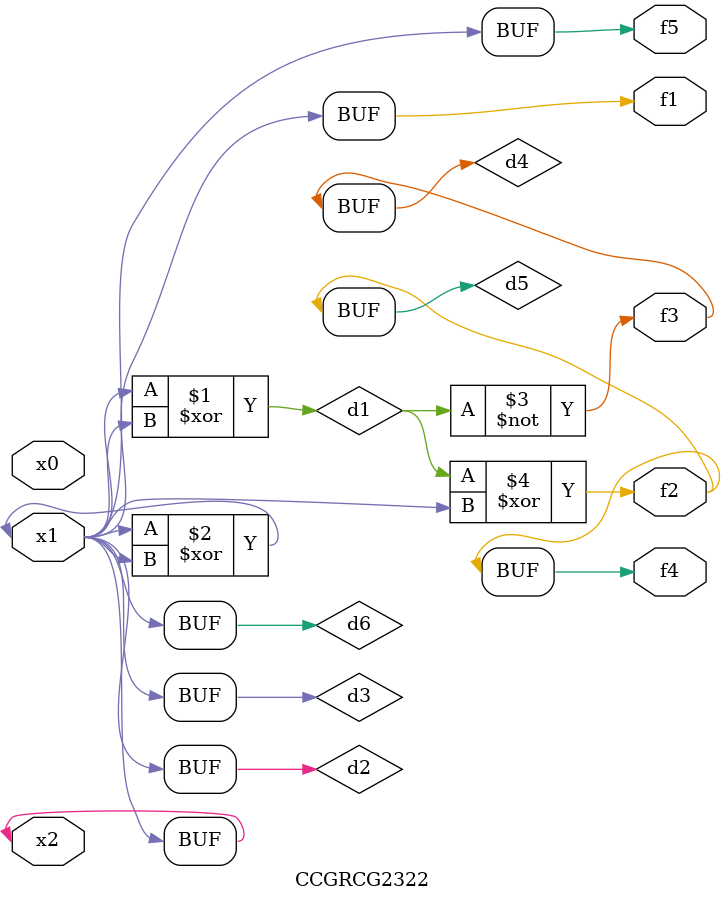
<source format=v>
module CCGRCG2322(
	input x0, x1, x2,
	output f1, f2, f3, f4, f5
);

	wire d1, d2, d3, d4, d5, d6;

	xor (d1, x1, x2);
	buf (d2, x1, x2);
	xor (d3, x1, x2);
	nor (d4, d1);
	xor (d5, d1, d2);
	buf (d6, d2, d3);
	assign f1 = d6;
	assign f2 = d5;
	assign f3 = d4;
	assign f4 = d5;
	assign f5 = d6;
endmodule

</source>
